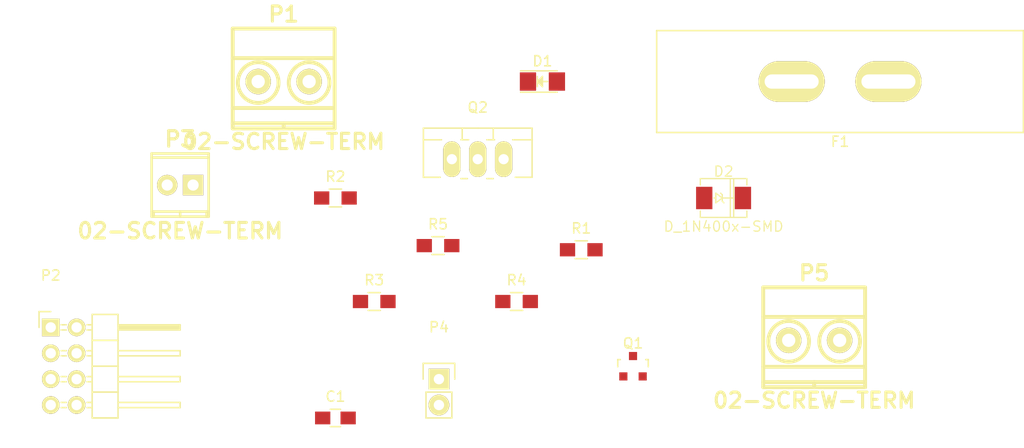
<source format=kicad_pcb>
(kicad_pcb (version 4) (host pcbnew 4.0.1-stable)

  (general
    (links 29)
    (no_connects 29)
    (area 0 0 0 0)
    (thickness 1.6)
    (drawings 0)
    (tracks 0)
    (zones 0)
    (modules 16)
    (nets 12)
  )

  (page A4)
  (layers
    (0 F.Cu signal)
    (31 B.Cu signal)
    (32 B.Adhes user)
    (33 F.Adhes user)
    (34 B.Paste user)
    (35 F.Paste user)
    (36 B.SilkS user)
    (37 F.SilkS user)
    (38 B.Mask user)
    (39 F.Mask user)
    (40 Dwgs.User user)
    (41 Cmts.User user)
    (42 Eco1.User user)
    (43 Eco2.User user)
    (44 Edge.Cuts user)
    (45 Margin user)
    (46 B.CrtYd user)
    (47 F.CrtYd user)
    (48 B.Fab user)
    (49 F.Fab user)
  )

  (setup
    (last_trace_width 0.25)
    (trace_clearance 0.2)
    (zone_clearance 0.508)
    (zone_45_only no)
    (trace_min 0.2)
    (segment_width 0.2)
    (edge_width 0.15)
    (via_size 0.6)
    (via_drill 0.4)
    (via_min_size 0.4)
    (via_min_drill 0.3)
    (uvia_size 0.3)
    (uvia_drill 0.1)
    (uvias_allowed no)
    (uvia_min_size 0.2)
    (uvia_min_drill 0.1)
    (pcb_text_width 0.3)
    (pcb_text_size 1.5 1.5)
    (mod_edge_width 0.15)
    (mod_text_size 1 1)
    (mod_text_width 0.15)
    (pad_size 1.524 1.524)
    (pad_drill 0.762)
    (pad_to_mask_clearance 0.2)
    (aux_axis_origin 0 0)
    (visible_elements FFFFFF7F)
    (pcbplotparams
      (layerselection 0x00030_80000001)
      (usegerberextensions false)
      (excludeedgelayer true)
      (linewidth 0.100000)
      (plotframeref false)
      (viasonmask false)
      (mode 1)
      (useauxorigin false)
      (hpglpennumber 1)
      (hpglpenspeed 20)
      (hpglpendiameter 15)
      (hpglpenoverlay 2)
      (psnegative false)
      (psa4output false)
      (plotreference true)
      (plotvalue true)
      (plotinvisibletext false)
      (padsonsilk false)
      (subtractmaskfromsilk false)
      (outputformat 1)
      (mirror false)
      (drillshape 1)
      (scaleselection 1)
      (outputdirectory ""))
  )

  (net 0 "")
  (net 1 /T0)
  (net 2 GND)
  (net 3 "Net-(D1-Pad2)")
  (net 4 "Net-(D1-Pad1)")
  (net 5 +12V)
  (net 6 "Net-(D2-Pad2)")
  (net 7 "Net-(F1-Pad1)")
  (net 8 +5V)
  (net 9 +3V3)
  (net 10 /PWM-HEATBED)
  (net 11 "Net-(Q1-Pad3)")

  (net_class Default "This is the default net class."
    (clearance 0.2)
    (trace_width 0.25)
    (via_dia 0.6)
    (via_drill 0.4)
    (uvia_dia 0.3)
    (uvia_drill 0.1)
    (add_net +12V)
    (add_net +3V3)
    (add_net +5V)
    (add_net /PWM-HEATBED)
    (add_net /T0)
    (add_net GND)
    (add_net "Net-(D1-Pad1)")
    (add_net "Net-(D1-Pad2)")
    (add_net "Net-(D2-Pad2)")
    (add_net "Net-(F1-Pad1)")
    (add_net "Net-(Q1-Pad3)")
  )

  (module Capacitors_SMD:C_0805_HandSoldering (layer F.Cu) (tedit 541A9B8D) (tstamp 56A806F2)
    (at 138.43 121.92)
    (descr "Capacitor SMD 0805, hand soldering")
    (tags "capacitor 0805")
    (path /56A6AD2B)
    (attr smd)
    (fp_text reference C1 (at 0 -2.1) (layer F.SilkS)
      (effects (font (size 1 1) (thickness 0.15)))
    )
    (fp_text value 10uF (at 0 2.1) (layer F.Fab)
      (effects (font (size 1 1) (thickness 0.15)))
    )
    (fp_line (start -2.3 -1) (end 2.3 -1) (layer F.CrtYd) (width 0.05))
    (fp_line (start -2.3 1) (end 2.3 1) (layer F.CrtYd) (width 0.05))
    (fp_line (start -2.3 -1) (end -2.3 1) (layer F.CrtYd) (width 0.05))
    (fp_line (start 2.3 -1) (end 2.3 1) (layer F.CrtYd) (width 0.05))
    (fp_line (start 0.5 -0.85) (end -0.5 -0.85) (layer F.SilkS) (width 0.15))
    (fp_line (start -0.5 0.85) (end 0.5 0.85) (layer F.SilkS) (width 0.15))
    (pad 1 smd rect (at -1.25 0) (size 1.5 1.25) (layers F.Cu F.Paste F.Mask)
      (net 1 /T0))
    (pad 2 smd rect (at 1.25 0) (size 1.5 1.25) (layers F.Cu F.Paste F.Mask)
      (net 2 GND))
    (model Capacitors_SMD.3dshapes/C_0805_HandSoldering.wrl
      (at (xyz 0 0 0))
      (scale (xyz 1 1 1))
      (rotate (xyz 0 0 0))
    )
  )

  (module LEDs:LED_1206 (layer F.Cu) (tedit 55BDE2E8) (tstamp 56A806F8)
    (at 158.75 88.9)
    (descr "LED 1206 smd package")
    (tags "LED1206 SMD")
    (path /56A70EAE)
    (attr smd)
    (fp_text reference D1 (at 0 -2) (layer F.SilkS)
      (effects (font (size 1 1) (thickness 0.15)))
    )
    (fp_text value LED (at 0 2) (layer F.Fab)
      (effects (font (size 1 1) (thickness 0.15)))
    )
    (fp_line (start -2.15 1.05) (end 1.45 1.05) (layer F.SilkS) (width 0.15))
    (fp_line (start -2.15 -1.05) (end 1.45 -1.05) (layer F.SilkS) (width 0.15))
    (fp_line (start -0.1 -0.3) (end -0.1 0.3) (layer F.SilkS) (width 0.15))
    (fp_line (start -0.1 0.3) (end -0.4 0) (layer F.SilkS) (width 0.15))
    (fp_line (start -0.4 0) (end -0.2 -0.2) (layer F.SilkS) (width 0.15))
    (fp_line (start -0.2 -0.2) (end -0.2 0.05) (layer F.SilkS) (width 0.15))
    (fp_line (start -0.2 0.05) (end -0.25 0) (layer F.SilkS) (width 0.15))
    (fp_line (start -0.5 -0.5) (end -0.5 0.5) (layer F.SilkS) (width 0.15))
    (fp_line (start 0 0) (end 0.5 0) (layer F.SilkS) (width 0.15))
    (fp_line (start -0.5 0) (end 0 -0.5) (layer F.SilkS) (width 0.15))
    (fp_line (start 0 -0.5) (end 0 0.5) (layer F.SilkS) (width 0.15))
    (fp_line (start 0 0.5) (end -0.5 0) (layer F.SilkS) (width 0.15))
    (fp_line (start 2.5 -1.25) (end -2.5 -1.25) (layer F.CrtYd) (width 0.05))
    (fp_line (start -2.5 -1.25) (end -2.5 1.25) (layer F.CrtYd) (width 0.05))
    (fp_line (start -2.5 1.25) (end 2.5 1.25) (layer F.CrtYd) (width 0.05))
    (fp_line (start 2.5 1.25) (end 2.5 -1.25) (layer F.CrtYd) (width 0.05))
    (pad 2 smd rect (at 1.41986 0 180) (size 1.59766 1.80086) (layers F.Cu F.Paste F.Mask)
      (net 3 "Net-(D1-Pad2)"))
    (pad 1 smd rect (at -1.41986 0 180) (size 1.59766 1.80086) (layers F.Cu F.Paste F.Mask)
      (net 4 "Net-(D1-Pad1)"))
    (model LEDs.3dshapes/LED_1206.wrl
      (at (xyz 0 0 0))
      (scale (xyz 1 1 1))
      (rotate (xyz 0 0 180))
    )
  )

  (module "DO-214AC(SMA):DO-214AC(SMA)" (layer F.Cu) (tedit 50924EEA) (tstamp 56A806FE)
    (at 176.53 100.33)
    (descr "DO-214AC (SMA)  PACKAGE.")
    (tags "DO-214AC SMA")
    (path /56A6993A)
    (attr smd)
    (fp_text reference D2 (at 0 -2.60096) (layer F.SilkS)
      (effects (font (size 1.00076 1.00076) (thickness 0.11938)))
    )
    (fp_text value D_1N400x-SMD (at 0 2.79908) (layer F.SilkS)
      (effects (font (size 1.00076 1.00076) (thickness 0.11938)))
    )
    (fp_line (start -0.762 0) (end -0.9652 0) (layer F.SilkS) (width 0.127))
    (fp_line (start -2.286 -1.905) (end 2.286 -1.905) (layer F.SilkS) (width 0.127))
    (fp_line (start 2.286 -1.905) (end 2.286 -1.27) (layer F.SilkS) (width 0.127))
    (fp_line (start 0.6604 1.905) (end 0.6604 -1.905) (layer F.SilkS) (width 0.127))
    (fp_line (start 0.9906 1.905) (end 0.9906 -1.905) (layer F.SilkS) (width 0.127))
    (fp_line (start -2.286 1.27) (end -2.286 1.905) (layer F.SilkS) (width 0.127))
    (fp_line (start -2.286 1.905) (end 2.286 1.905) (layer F.SilkS) (width 0.127))
    (fp_line (start 2.286 1.905) (end 2.286 1.27) (layer F.SilkS) (width 0.127))
    (fp_line (start -2.286 -1.27) (end -2.286 -1.905) (layer F.SilkS) (width 0.127))
    (fp_line (start -0.127 0) (end -0.762 -0.47498) (layer F.SilkS) (width 0.127))
    (fp_line (start -0.762 -0.47498) (end -0.762 0) (layer F.SilkS) (width 0.127))
    (fp_line (start -0.762 0) (end -0.762 0.47498) (layer F.SilkS) (width 0.127))
    (fp_line (start -0.762 0.47498) (end -0.127 0) (layer F.SilkS) (width 0.127))
    (fp_line (start -0.127 0) (end -0.127 -0.3175) (layer F.SilkS) (width 0.127))
    (fp_line (start -0.127 -0.3175) (end -0.28448 -0.47498) (layer F.SilkS) (width 0.127))
    (fp_line (start -0.127 0) (end -0.127 0.3175) (layer F.SilkS) (width 0.127))
    (fp_line (start -0.127 0.3175) (end 0.03048 0.47498) (layer F.SilkS) (width 0.127))
    (fp_line (start -0.127 0) (end 0.98298 0) (layer F.SilkS) (width 0.127))
    (pad 1 smd rect (at -1.89992 0) (size 1.6002 2.19964) (layers F.Cu F.Paste F.Mask)
      (net 5 +12V))
    (pad 2 smd rect (at 1.89992 0) (size 1.6002 2.19964) (layers F.Cu F.Paste F.Mask)
      (net 6 "Net-(D2-Pad2)"))
    (model smd/do214.wrl
      (at (xyz 0 0 0))
      (scale (xyz 0.95 0.95 0.95))
      (rotate (xyz 0 0 0))
    )
  )

  (module ReST-Librar:JEF-703C (layer F.Cu) (tedit 56A8038E) (tstamp 56A80704)
    (at 187.96 88.9)
    (path /56A6EB20)
    (fp_text reference F1 (at 0 5.9) (layer F.SilkS)
      (effects (font (size 1 1) (thickness 0.15)))
    )
    (fp_text value 15A (at 0 -6.1) (layer F.Fab)
      (effects (font (size 1 1) (thickness 0.15)))
    )
    (fp_line (start -18 -5) (end 18 -5) (layer F.SilkS) (width 0.15))
    (fp_line (start 18 -5) (end 18 5) (layer F.SilkS) (width 0.15))
    (fp_line (start 18 5) (end -18 5) (layer F.SilkS) (width 0.15))
    (fp_line (start -18 5) (end -18 -5) (layer F.SilkS) (width 0.15))
    (pad 1 thru_hole oval (at -4.75 0) (size 6.5 4) (drill oval 5.3 1.4) (layers *.Cu *.Mask F.SilkS)
      (net 7 "Net-(F1-Pad1)"))
    (pad 2 thru_hole oval (at 4.75 0) (size 6.5 4) (drill oval 5.3 1.4) (layers *.Cu *.Mask F.SilkS)
      (net 5 +12V))
  )

  (module 5mm-pitch-terminal:mkds_1,5-2 (layer F.Cu) (tedit 0) (tstamp 56A8070A)
    (at 133.35 88.9)
    (descr "2-way 5mm pitch terminal block, Phoenix MKDS series")
    (path /56A69BD3)
    (fp_text reference P1 (at 0 -6.6) (layer F.SilkS)
      (effects (font (size 1.5 1.5) (thickness 0.3)))
    )
    (fp_text value 02-SCREW-TERM (at 0 5.9) (layer F.SilkS)
      (effects (font (size 1.5 1.5) (thickness 0.3)))
    )
    (fp_line (start 0 4.1) (end 0 4.6) (layer F.SilkS) (width 0.381))
    (fp_circle (center 2.5 0.1) (end 0.5 0.1) (layer F.SilkS) (width 0.381))
    (fp_circle (center -2.5 0.1) (end -0.5 0.1) (layer F.SilkS) (width 0.381))
    (fp_line (start -5 2.6) (end 5 2.6) (layer F.SilkS) (width 0.381))
    (fp_line (start -5 -2.3) (end 5 -2.3) (layer F.SilkS) (width 0.381))
    (fp_line (start -5 4.1) (end 5 4.1) (layer F.SilkS) (width 0.381))
    (fp_line (start -5 4.6) (end 5 4.6) (layer F.SilkS) (width 0.381))
    (fp_line (start 5 4.6) (end 5 -5.2) (layer F.SilkS) (width 0.381))
    (fp_line (start 5 -5.2) (end -5 -5.2) (layer F.SilkS) (width 0.381))
    (fp_line (start -5 -5.2) (end -5 4.6) (layer F.SilkS) (width 0.381))
    (pad 1 thru_hole circle (at -2.5 0) (size 2.5 2.5) (drill 1.3) (layers *.Cu *.Mask F.SilkS)
      (net 2 GND))
    (pad 2 thru_hole circle (at 2.5 0) (size 2.5 2.5) (drill 1.3) (layers *.Cu *.Mask F.SilkS)
      (net 7 "Net-(F1-Pad1)"))
    (model walter/conn_mkds/mkds_1,5-2.wrl
      (at (xyz 0 0 0))
      (scale (xyz 1 1 1))
      (rotate (xyz 0 0 0))
    )
  )

  (module Pin_Headers:Pin_Header_Angled_2x04 (layer F.Cu) (tedit 54EA0233) (tstamp 56A80716)
    (at 110.49 113.03)
    (descr "Through hole pin header")
    (tags "pin header")
    (path /56A6927C)
    (fp_text reference P2 (at 0 -5.1) (layer F.SilkS)
      (effects (font (size 1 1) (thickness 0.15)))
    )
    (fp_text value 02X04-MALE (at 0 -3.1) (layer F.Fab)
      (effects (font (size 1 1) (thickness 0.15)))
    )
    (fp_line (start 0 -1.55) (end -1.15 -1.55) (layer F.SilkS) (width 0.15))
    (fp_line (start -1.15 -1.55) (end -1.15 0) (layer F.SilkS) (width 0.15))
    (fp_line (start -1.35 -1.75) (end -1.35 9.4) (layer F.CrtYd) (width 0.05))
    (fp_line (start 13.2 -1.75) (end 13.2 9.4) (layer F.CrtYd) (width 0.05))
    (fp_line (start -1.35 -1.75) (end 13.2 -1.75) (layer F.CrtYd) (width 0.05))
    (fp_line (start -1.35 9.4) (end 13.2 9.4) (layer F.CrtYd) (width 0.05))
    (fp_line (start 1.524 7.874) (end 1.016 7.874) (layer F.SilkS) (width 0.15))
    (fp_line (start 1.524 7.366) (end 1.016 7.366) (layer F.SilkS) (width 0.15))
    (fp_line (start 1.524 5.334) (end 1.016 5.334) (layer F.SilkS) (width 0.15))
    (fp_line (start 1.524 4.826) (end 1.016 4.826) (layer F.SilkS) (width 0.15))
    (fp_line (start 1.524 2.794) (end 1.016 2.794) (layer F.SilkS) (width 0.15))
    (fp_line (start 1.524 2.286) (end 1.016 2.286) (layer F.SilkS) (width 0.15))
    (fp_line (start 1.524 0.254) (end 1.016 0.254) (layer F.SilkS) (width 0.15))
    (fp_line (start 1.524 -0.254) (end 1.016 -0.254) (layer F.SilkS) (width 0.15))
    (fp_line (start 4.064 -0.254) (end 3.556 -0.254) (layer F.SilkS) (width 0.15))
    (fp_line (start 4.064 0.254) (end 3.556 0.254) (layer F.SilkS) (width 0.15))
    (fp_line (start 4.064 2.286) (end 3.556 2.286) (layer F.SilkS) (width 0.15))
    (fp_line (start 4.064 2.794) (end 3.556 2.794) (layer F.SilkS) (width 0.15))
    (fp_line (start 4.064 7.874) (end 3.556 7.874) (layer F.SilkS) (width 0.15))
    (fp_line (start 4.064 7.366) (end 3.556 7.366) (layer F.SilkS) (width 0.15))
    (fp_line (start 4.064 5.334) (end 3.556 5.334) (layer F.SilkS) (width 0.15))
    (fp_line (start 4.064 4.826) (end 3.556 4.826) (layer F.SilkS) (width 0.15))
    (fp_line (start 6.604 -0.127) (end 12.573 -0.127) (layer F.SilkS) (width 0.15))
    (fp_line (start 12.573 -0.127) (end 12.573 0.127) (layer F.SilkS) (width 0.15))
    (fp_line (start 12.573 0.127) (end 6.731 0.127) (layer F.SilkS) (width 0.15))
    (fp_line (start 6.731 0.127) (end 6.731 0) (layer F.SilkS) (width 0.15))
    (fp_line (start 6.731 0) (end 12.573 0) (layer F.SilkS) (width 0.15))
    (fp_line (start 4.064 8.89) (end 6.604 8.89) (layer F.SilkS) (width 0.15))
    (fp_line (start 4.064 3.81) (end 6.604 3.81) (layer F.SilkS) (width 0.15))
    (fp_line (start 4.064 3.81) (end 4.064 6.35) (layer F.SilkS) (width 0.15))
    (fp_line (start 4.064 6.35) (end 6.604 6.35) (layer F.SilkS) (width 0.15))
    (fp_line (start 6.604 4.826) (end 12.7 4.826) (layer F.SilkS) (width 0.15))
    (fp_line (start 12.7 4.826) (end 12.7 5.334) (layer F.SilkS) (width 0.15))
    (fp_line (start 12.7 5.334) (end 6.604 5.334) (layer F.SilkS) (width 0.15))
    (fp_line (start 6.604 6.35) (end 6.604 3.81) (layer F.SilkS) (width 0.15))
    (fp_line (start 6.604 8.89) (end 6.604 6.35) (layer F.SilkS) (width 0.15))
    (fp_line (start 12.7 7.874) (end 6.604 7.874) (layer F.SilkS) (width 0.15))
    (fp_line (start 12.7 7.366) (end 12.7 7.874) (layer F.SilkS) (width 0.15))
    (fp_line (start 6.604 7.366) (end 12.7 7.366) (layer F.SilkS) (width 0.15))
    (fp_line (start 4.064 8.89) (end 6.604 8.89) (layer F.SilkS) (width 0.15))
    (fp_line (start 4.064 6.35) (end 4.064 8.89) (layer F.SilkS) (width 0.15))
    (fp_line (start 4.064 6.35) (end 6.604 6.35) (layer F.SilkS) (width 0.15))
    (fp_line (start 4.064 1.27) (end 6.604 1.27) (layer F.SilkS) (width 0.15))
    (fp_line (start 4.064 1.27) (end 4.064 3.81) (layer F.SilkS) (width 0.15))
    (fp_line (start 4.064 3.81) (end 6.604 3.81) (layer F.SilkS) (width 0.15))
    (fp_line (start 6.604 2.286) (end 12.7 2.286) (layer F.SilkS) (width 0.15))
    (fp_line (start 12.7 2.286) (end 12.7 2.794) (layer F.SilkS) (width 0.15))
    (fp_line (start 12.7 2.794) (end 6.604 2.794) (layer F.SilkS) (width 0.15))
    (fp_line (start 6.604 3.81) (end 6.604 1.27) (layer F.SilkS) (width 0.15))
    (fp_line (start 6.604 1.27) (end 6.604 -1.27) (layer F.SilkS) (width 0.15))
    (fp_line (start 12.7 0.254) (end 6.604 0.254) (layer F.SilkS) (width 0.15))
    (fp_line (start 12.7 -0.254) (end 12.7 0.254) (layer F.SilkS) (width 0.15))
    (fp_line (start 6.604 -0.254) (end 12.7 -0.254) (layer F.SilkS) (width 0.15))
    (fp_line (start 4.064 1.27) (end 6.604 1.27) (layer F.SilkS) (width 0.15))
    (fp_line (start 4.064 -1.27) (end 4.064 1.27) (layer F.SilkS) (width 0.15))
    (fp_line (start 4.064 -1.27) (end 6.604 -1.27) (layer F.SilkS) (width 0.15))
    (pad 1 thru_hole rect (at 0 0) (size 1.7272 1.7272) (drill 1.016) (layers *.Cu *.Mask F.SilkS)
      (net 8 +5V))
    (pad 2 thru_hole oval (at 2.54 0) (size 1.7272 1.7272) (drill 1.016) (layers *.Cu *.Mask F.SilkS)
      (net 9 +3V3))
    (pad 3 thru_hole oval (at 0 2.54) (size 1.7272 1.7272) (drill 1.016) (layers *.Cu *.Mask F.SilkS)
      (net 8 +5V))
    (pad 4 thru_hole oval (at 2.54 2.54) (size 1.7272 1.7272) (drill 1.016) (layers *.Cu *.Mask F.SilkS)
      (net 9 +3V3))
    (pad 5 thru_hole oval (at 0 5.08) (size 1.7272 1.7272) (drill 1.016) (layers *.Cu *.Mask F.SilkS)
      (net 1 /T0))
    (pad 6 thru_hole oval (at 2.54 5.08) (size 1.7272 1.7272) (drill 1.016) (layers *.Cu *.Mask F.SilkS)
      (net 10 /PWM-HEATBED))
    (pad 7 thru_hole oval (at 0 7.62) (size 1.7272 1.7272) (drill 1.016) (layers *.Cu *.Mask F.SilkS)
      (net 2 GND))
    (pad 8 thru_hole oval (at 2.54 7.62) (size 1.7272 1.7272) (drill 1.016) (layers *.Cu *.Mask F.SilkS)
      (net 2 GND))
    (model Pin_Headers.3dshapes/Pin_Header_Angled_2x04.wrl
      (at (xyz 0.05 -0.15 0))
      (scale (xyz 1 1 1))
      (rotate (xyz 0 0 90))
    )
  )

  (module 2:mpt_0,5%2f2-2,54 (layer F.Cu) (tedit 0) (tstamp 56A8071C)
    (at 123.19 99.06)
    (descr "2-way 2.54mm pitch terminal block, Phoenix MPT series")
    (path /56A6ACF0)
    (fp_text reference P3 (at 0 -4.50088) (layer F.SilkS)
      (effects (font (thickness 0.3048)))
    )
    (fp_text value 02-SCREW-TERM (at 0 4.50088) (layer F.SilkS)
      (effects (font (thickness 0.3048)))
    )
    (fp_line (start 2.79908 2.60096) (end -2.79908 2.60096) (layer F.SilkS) (width 0.254))
    (fp_line (start -2.60096 3.0988) (end -2.60096 2.60096) (layer F.SilkS) (width 0.254))
    (fp_line (start 2.60096 2.60096) (end 2.60096 3.0988) (layer F.SilkS) (width 0.254))
    (fp_line (start 0 3.0988) (end 0 2.60096) (layer F.SilkS) (width 0.254))
    (fp_line (start -2.79908 -2.70002) (end 2.79908 -2.70002) (layer F.SilkS) (width 0.254))
    (fp_line (start -2.79908 3.0988) (end 2.79908 3.0988) (layer F.SilkS) (width 0.254))
    (fp_line (start 2.79908 3.0988) (end 2.79908 -3.0988) (layer F.SilkS) (width 0.254))
    (fp_line (start 2.79908 -3.0988) (end -2.79908 -3.0988) (layer F.SilkS) (width 0.254))
    (fp_line (start -2.79908 -3.0988) (end -2.79908 3.0988) (layer F.SilkS) (width 0.254))
    (pad 2 thru_hole oval (at -1.27 0) (size 1.99898 1.99898) (drill 1.09728) (layers *.Cu *.Mask F.SilkS)
      (net 1 /T0))
    (pad 1 thru_hole rect (at 1.27 0) (size 1.99898 1.99898) (drill 1.09728) (layers *.Cu *.Mask F.SilkS)
      (net 2 GND))
    (model walter/conn_mpt/mpt_0,5-2-2,54.wrl
      (at (xyz 0 0 0))
      (scale (xyz 1 1 1))
      (rotate (xyz 0 0 0))
    )
  )

  (module Pin_Headers:Pin_Header_Straight_1x02 (layer F.Cu) (tedit 54EA090C) (tstamp 56A80722)
    (at 148.59 118.11)
    (descr "Through hole pin header")
    (tags "pin header")
    (path /56A6AD1A)
    (fp_text reference P4 (at 0 -5.1) (layer F.SilkS)
      (effects (font (size 1 1) (thickness 0.15)))
    )
    (fp_text value 01X02-MALE (at 0 -3.1) (layer F.Fab)
      (effects (font (size 1 1) (thickness 0.15)))
    )
    (fp_line (start 1.27 1.27) (end 1.27 3.81) (layer F.SilkS) (width 0.15))
    (fp_line (start 1.55 -1.55) (end 1.55 0) (layer F.SilkS) (width 0.15))
    (fp_line (start -1.75 -1.75) (end -1.75 4.3) (layer F.CrtYd) (width 0.05))
    (fp_line (start 1.75 -1.75) (end 1.75 4.3) (layer F.CrtYd) (width 0.05))
    (fp_line (start -1.75 -1.75) (end 1.75 -1.75) (layer F.CrtYd) (width 0.05))
    (fp_line (start -1.75 4.3) (end 1.75 4.3) (layer F.CrtYd) (width 0.05))
    (fp_line (start 1.27 1.27) (end -1.27 1.27) (layer F.SilkS) (width 0.15))
    (fp_line (start -1.55 0) (end -1.55 -1.55) (layer F.SilkS) (width 0.15))
    (fp_line (start -1.55 -1.55) (end 1.55 -1.55) (layer F.SilkS) (width 0.15))
    (fp_line (start -1.27 1.27) (end -1.27 3.81) (layer F.SilkS) (width 0.15))
    (fp_line (start -1.27 3.81) (end 1.27 3.81) (layer F.SilkS) (width 0.15))
    (pad 1 thru_hole rect (at 0 0) (size 2.032 2.032) (drill 1.016) (layers *.Cu *.Mask F.SilkS)
      (net 2 GND))
    (pad 2 thru_hole oval (at 0 2.54) (size 2.032 2.032) (drill 1.016) (layers *.Cu *.Mask F.SilkS)
      (net 1 /T0))
    (model Pin_Headers.3dshapes/Pin_Header_Straight_1x02.wrl
      (at (xyz 0 -0.05 0))
      (scale (xyz 1 1 1))
      (rotate (xyz 0 0 90))
    )
  )

  (module 5mm-pitch-terminal:mkds_1,5-2 (layer F.Cu) (tedit 0) (tstamp 56A80728)
    (at 185.42 114.3)
    (descr "2-way 5mm pitch terminal block, Phoenix MKDS series")
    (path /56A69217)
    (fp_text reference P5 (at 0 -6.6) (layer F.SilkS)
      (effects (font (size 1.5 1.5) (thickness 0.3)))
    )
    (fp_text value 02-SCREW-TERM (at 0 5.9) (layer F.SilkS)
      (effects (font (size 1.5 1.5) (thickness 0.3)))
    )
    (fp_line (start 0 4.1) (end 0 4.6) (layer F.SilkS) (width 0.381))
    (fp_circle (center 2.5 0.1) (end 0.5 0.1) (layer F.SilkS) (width 0.381))
    (fp_circle (center -2.5 0.1) (end -0.5 0.1) (layer F.SilkS) (width 0.381))
    (fp_line (start -5 2.6) (end 5 2.6) (layer F.SilkS) (width 0.381))
    (fp_line (start -5 -2.3) (end 5 -2.3) (layer F.SilkS) (width 0.381))
    (fp_line (start -5 4.1) (end 5 4.1) (layer F.SilkS) (width 0.381))
    (fp_line (start -5 4.6) (end 5 4.6) (layer F.SilkS) (width 0.381))
    (fp_line (start 5 4.6) (end 5 -5.2) (layer F.SilkS) (width 0.381))
    (fp_line (start 5 -5.2) (end -5 -5.2) (layer F.SilkS) (width 0.381))
    (fp_line (start -5 -5.2) (end -5 4.6) (layer F.SilkS) (width 0.381))
    (pad 1 thru_hole circle (at -2.5 0) (size 2.5 2.5) (drill 1.3) (layers *.Cu *.Mask F.SilkS)
      (net 5 +12V))
    (pad 2 thru_hole circle (at 2.5 0) (size 2.5 2.5) (drill 1.3) (layers *.Cu *.Mask F.SilkS)
      (net 6 "Net-(D2-Pad2)"))
    (model walter/conn_mkds/mkds_1,5-2.wrl
      (at (xyz 0 0 0))
      (scale (xyz 1 1 1))
      (rotate (xyz 0 0 0))
    )
  )

  (module TO_SOT_Packages_SMD:SOT-23 (layer F.Cu) (tedit 553634F8) (tstamp 56A8072F)
    (at 167.64 116.84)
    (descr "SOT-23, Standard")
    (tags SOT-23)
    (path /56A698F8)
    (attr smd)
    (fp_text reference Q1 (at 0 -2.25) (layer F.SilkS)
      (effects (font (size 1 1) (thickness 0.15)))
    )
    (fp_text value Q_BSH105 (at 0 2.3) (layer F.Fab)
      (effects (font (size 1 1) (thickness 0.15)))
    )
    (fp_line (start -1.65 -1.6) (end 1.65 -1.6) (layer F.CrtYd) (width 0.05))
    (fp_line (start 1.65 -1.6) (end 1.65 1.6) (layer F.CrtYd) (width 0.05))
    (fp_line (start 1.65 1.6) (end -1.65 1.6) (layer F.CrtYd) (width 0.05))
    (fp_line (start -1.65 1.6) (end -1.65 -1.6) (layer F.CrtYd) (width 0.05))
    (fp_line (start 1.29916 -0.65024) (end 1.2509 -0.65024) (layer F.SilkS) (width 0.15))
    (fp_line (start -1.49982 0.0508) (end -1.49982 -0.65024) (layer F.SilkS) (width 0.15))
    (fp_line (start -1.49982 -0.65024) (end -1.2509 -0.65024) (layer F.SilkS) (width 0.15))
    (fp_line (start 1.29916 -0.65024) (end 1.49982 -0.65024) (layer F.SilkS) (width 0.15))
    (fp_line (start 1.49982 -0.65024) (end 1.49982 0.0508) (layer F.SilkS) (width 0.15))
    (pad 1 smd rect (at -0.95 1.00076) (size 0.8001 0.8001) (layers F.Cu F.Paste F.Mask)
      (net 10 /PWM-HEATBED))
    (pad 2 smd rect (at 0.95 1.00076) (size 0.8001 0.8001) (layers F.Cu F.Paste F.Mask)
      (net 2 GND))
    (pad 3 smd rect (at 0 -0.99822) (size 0.8001 0.8001) (layers F.Cu F.Paste F.Mask)
      (net 11 "Net-(Q1-Pad3)"))
    (model TO_SOT_Packages_SMD.3dshapes/SOT-23.wrl
      (at (xyz 0 0 0))
      (scale (xyz 1 1 1))
      (rotate (xyz 0 0 0))
    )
  )

  (module TO_SOT_Packages_THT:TO-220_Neutral123_Vertical_LargePads (layer F.Cu) (tedit 0) (tstamp 56A80736)
    (at 152.4 96.52)
    (descr "TO-220, Neutral, Vertical, Large Pads,")
    (tags "TO-220, Neutral, Vertical, Large Pads,")
    (path /56A691AE)
    (fp_text reference Q2 (at 0 -5.08) (layer F.SilkS)
      (effects (font (size 1 1) (thickness 0.15)))
    )
    (fp_text value Q_AOT240L (at 0 3.81) (layer F.Fab)
      (effects (font (size 1 1) (thickness 0.15)))
    )
    (fp_line (start 5.334 -1.905) (end 3.429 -1.905) (layer F.SilkS) (width 0.15))
    (fp_line (start 0.889 -1.905) (end 1.651 -1.905) (layer F.SilkS) (width 0.15))
    (fp_line (start -1.524 -1.905) (end -1.651 -1.905) (layer F.SilkS) (width 0.15))
    (fp_line (start -1.524 -1.905) (end -0.889 -1.905) (layer F.SilkS) (width 0.15))
    (fp_line (start -5.334 -1.905) (end -3.556 -1.905) (layer F.SilkS) (width 0.15))
    (fp_line (start -5.334 1.778) (end -3.683 1.778) (layer F.SilkS) (width 0.15))
    (fp_line (start -1.016 1.905) (end -1.651 1.905) (layer F.SilkS) (width 0.15))
    (fp_line (start 1.524 1.905) (end 0.889 1.905) (layer F.SilkS) (width 0.15))
    (fp_line (start 5.334 1.778) (end 3.683 1.778) (layer F.SilkS) (width 0.15))
    (fp_line (start -1.524 -3.048) (end -1.524 -1.905) (layer F.SilkS) (width 0.15))
    (fp_line (start 1.524 -3.048) (end 1.524 -1.905) (layer F.SilkS) (width 0.15))
    (fp_line (start 5.334 -1.905) (end 5.334 1.778) (layer F.SilkS) (width 0.15))
    (fp_line (start -5.334 1.778) (end -5.334 -1.905) (layer F.SilkS) (width 0.15))
    (fp_line (start 5.334 -3.048) (end 5.334 -1.905) (layer F.SilkS) (width 0.15))
    (fp_line (start -5.334 -1.905) (end -5.334 -3.048) (layer F.SilkS) (width 0.15))
    (fp_line (start 0 -3.048) (end -5.334 -3.048) (layer F.SilkS) (width 0.15))
    (fp_line (start 0 -3.048) (end 5.334 -3.048) (layer F.SilkS) (width 0.15))
    (pad 2 thru_hole oval (at 0 0 90) (size 3.50012 1.69926) (drill 1.00076) (layers *.Cu *.Mask F.SilkS)
      (net 6 "Net-(D2-Pad2)"))
    (pad 1 thru_hole oval (at -2.54 0 90) (size 3.50012 1.69926) (drill 1.00076) (layers *.Cu *.Mask F.SilkS)
      (net 4 "Net-(D1-Pad1)"))
    (pad 3 thru_hole oval (at 2.54 0 90) (size 3.50012 1.69926) (drill 1.00076) (layers *.Cu *.Mask F.SilkS)
      (net 2 GND))
    (model TO_SOT_Packages_THT.3dshapes/TO-220_Neutral123_Vertical_LargePads.wrl
      (at (xyz 0 0 0))
      (scale (xyz 0.3937 0.3937 0.3937))
      (rotate (xyz 0 0 0))
    )
  )

  (module Resistors_SMD:R_0805_HandSoldering (layer F.Cu) (tedit 54189DEE) (tstamp 56A8073C)
    (at 162.56 105.41)
    (descr "Resistor SMD 0805, hand soldering")
    (tags "resistor 0805")
    (path /56A6B96F)
    (attr smd)
    (fp_text reference R1 (at 0 -2.1) (layer F.SilkS)
      (effects (font (size 1 1) (thickness 0.15)))
    )
    (fp_text value 4.7K (at 0 2.1) (layer F.Fab)
      (effects (font (size 1 1) (thickness 0.15)))
    )
    (fp_line (start -2.4 -1) (end 2.4 -1) (layer F.CrtYd) (width 0.05))
    (fp_line (start -2.4 1) (end 2.4 1) (layer F.CrtYd) (width 0.05))
    (fp_line (start -2.4 -1) (end -2.4 1) (layer F.CrtYd) (width 0.05))
    (fp_line (start 2.4 -1) (end 2.4 1) (layer F.CrtYd) (width 0.05))
    (fp_line (start 0.6 0.875) (end -0.6 0.875) (layer F.SilkS) (width 0.15))
    (fp_line (start -0.6 -0.875) (end 0.6 -0.875) (layer F.SilkS) (width 0.15))
    (pad 1 smd rect (at -1.35 0) (size 1.5 1.3) (layers F.Cu F.Paste F.Mask)
      (net 1 /T0))
    (pad 2 smd rect (at 1.35 0) (size 1.5 1.3) (layers F.Cu F.Paste F.Mask)
      (net 9 +3V3))
    (model Resistors_SMD.3dshapes/R_0805_HandSoldering.wrl
      (at (xyz 0 0 0))
      (scale (xyz 1 1 1))
      (rotate (xyz 0 0 0))
    )
  )

  (module Resistors_SMD:R_0805_HandSoldering (layer F.Cu) (tedit 54189DEE) (tstamp 56A80742)
    (at 138.43 100.33)
    (descr "Resistor SMD 0805, hand soldering")
    (tags "resistor 0805")
    (path /56A6DCE2)
    (attr smd)
    (fp_text reference R2 (at 0 -2.1) (layer F.SilkS)
      (effects (font (size 1 1) (thickness 0.15)))
    )
    (fp_text value 100K (at 0 2.1) (layer F.Fab)
      (effects (font (size 1 1) (thickness 0.15)))
    )
    (fp_line (start -2.4 -1) (end 2.4 -1) (layer F.CrtYd) (width 0.05))
    (fp_line (start -2.4 1) (end 2.4 1) (layer F.CrtYd) (width 0.05))
    (fp_line (start -2.4 -1) (end -2.4 1) (layer F.CrtYd) (width 0.05))
    (fp_line (start 2.4 -1) (end 2.4 1) (layer F.CrtYd) (width 0.05))
    (fp_line (start 0.6 0.875) (end -0.6 0.875) (layer F.SilkS) (width 0.15))
    (fp_line (start -0.6 -0.875) (end 0.6 -0.875) (layer F.SilkS) (width 0.15))
    (pad 1 smd rect (at -1.35 0) (size 1.5 1.3) (layers F.Cu F.Paste F.Mask)
      (net 10 /PWM-HEATBED))
    (pad 2 smd rect (at 1.35 0) (size 1.5 1.3) (layers F.Cu F.Paste F.Mask)
      (net 9 +3V3))
    (model Resistors_SMD.3dshapes/R_0805_HandSoldering.wrl
      (at (xyz 0 0 0))
      (scale (xyz 1 1 1))
      (rotate (xyz 0 0 0))
    )
  )

  (module Resistors_SMD:R_0805_HandSoldering (layer F.Cu) (tedit 54189DEE) (tstamp 56A80748)
    (at 142.24 110.49)
    (descr "Resistor SMD 0805, hand soldering")
    (tags "resistor 0805")
    (path /56A6DFC2)
    (attr smd)
    (fp_text reference R3 (at 0 -2.1) (layer F.SilkS)
      (effects (font (size 1 1) (thickness 0.15)))
    )
    (fp_text value 100K (at 0 2.1) (layer F.Fab)
      (effects (font (size 1 1) (thickness 0.15)))
    )
    (fp_line (start -2.4 -1) (end 2.4 -1) (layer F.CrtYd) (width 0.05))
    (fp_line (start -2.4 1) (end 2.4 1) (layer F.CrtYd) (width 0.05))
    (fp_line (start -2.4 -1) (end -2.4 1) (layer F.CrtYd) (width 0.05))
    (fp_line (start 2.4 -1) (end 2.4 1) (layer F.CrtYd) (width 0.05))
    (fp_line (start 0.6 0.875) (end -0.6 0.875) (layer F.SilkS) (width 0.15))
    (fp_line (start -0.6 -0.875) (end 0.6 -0.875) (layer F.SilkS) (width 0.15))
    (pad 1 smd rect (at -1.35 0) (size 1.5 1.3) (layers F.Cu F.Paste F.Mask)
      (net 11 "Net-(Q1-Pad3)"))
    (pad 2 smd rect (at 1.35 0) (size 1.5 1.3) (layers F.Cu F.Paste F.Mask)
      (net 8 +5V))
    (model Resistors_SMD.3dshapes/R_0805_HandSoldering.wrl
      (at (xyz 0 0 0))
      (scale (xyz 1 1 1))
      (rotate (xyz 0 0 0))
    )
  )

  (module Resistors_SMD:R_0805_HandSoldering (layer F.Cu) (tedit 54189DEE) (tstamp 56A8074E)
    (at 156.21 110.49)
    (descr "Resistor SMD 0805, hand soldering")
    (tags "resistor 0805")
    (path /56A69987)
    (attr smd)
    (fp_text reference R4 (at 0 -2.1) (layer F.SilkS)
      (effects (font (size 1 1) (thickness 0.15)))
    )
    (fp_text value 22R (at 0 2.1) (layer F.Fab)
      (effects (font (size 1 1) (thickness 0.15)))
    )
    (fp_line (start -2.4 -1) (end 2.4 -1) (layer F.CrtYd) (width 0.05))
    (fp_line (start -2.4 1) (end 2.4 1) (layer F.CrtYd) (width 0.05))
    (fp_line (start -2.4 -1) (end -2.4 1) (layer F.CrtYd) (width 0.05))
    (fp_line (start 2.4 -1) (end 2.4 1) (layer F.CrtYd) (width 0.05))
    (fp_line (start 0.6 0.875) (end -0.6 0.875) (layer F.SilkS) (width 0.15))
    (fp_line (start -0.6 -0.875) (end 0.6 -0.875) (layer F.SilkS) (width 0.15))
    (pad 1 smd rect (at -1.35 0) (size 1.5 1.3) (layers F.Cu F.Paste F.Mask)
      (net 11 "Net-(Q1-Pad3)"))
    (pad 2 smd rect (at 1.35 0) (size 1.5 1.3) (layers F.Cu F.Paste F.Mask)
      (net 4 "Net-(D1-Pad1)"))
    (model Resistors_SMD.3dshapes/R_0805_HandSoldering.wrl
      (at (xyz 0 0 0))
      (scale (xyz 1 1 1))
      (rotate (xyz 0 0 0))
    )
  )

  (module Resistors_SMD:R_0805_HandSoldering (layer F.Cu) (tedit 54189DEE) (tstamp 56A80754)
    (at 148.5011 105.0036)
    (descr "Resistor SMD 0805, hand soldering")
    (tags "resistor 0805")
    (path /56A70E1D)
    (attr smd)
    (fp_text reference R5 (at 0 -2.1) (layer F.SilkS)
      (effects (font (size 1 1) (thickness 0.15)))
    )
    (fp_text value 470R (at 0 2.1) (layer F.Fab)
      (effects (font (size 1 1) (thickness 0.15)))
    )
    (fp_line (start -2.4 -1) (end 2.4 -1) (layer F.CrtYd) (width 0.05))
    (fp_line (start -2.4 1) (end 2.4 1) (layer F.CrtYd) (width 0.05))
    (fp_line (start -2.4 -1) (end -2.4 1) (layer F.CrtYd) (width 0.05))
    (fp_line (start 2.4 -1) (end 2.4 1) (layer F.CrtYd) (width 0.05))
    (fp_line (start 0.6 0.875) (end -0.6 0.875) (layer F.SilkS) (width 0.15))
    (fp_line (start -0.6 -0.875) (end 0.6 -0.875) (layer F.SilkS) (width 0.15))
    (pad 1 smd rect (at -1.35 0) (size 1.5 1.3) (layers F.Cu F.Paste F.Mask)
      (net 3 "Net-(D1-Pad2)"))
    (pad 2 smd rect (at 1.35 0) (size 1.5 1.3) (layers F.Cu F.Paste F.Mask)
      (net 8 +5V))
    (model Resistors_SMD.3dshapes/R_0805_HandSoldering.wrl
      (at (xyz 0 0 0))
      (scale (xyz 1 1 1))
      (rotate (xyz 0 0 0))
    )
  )

)

</source>
